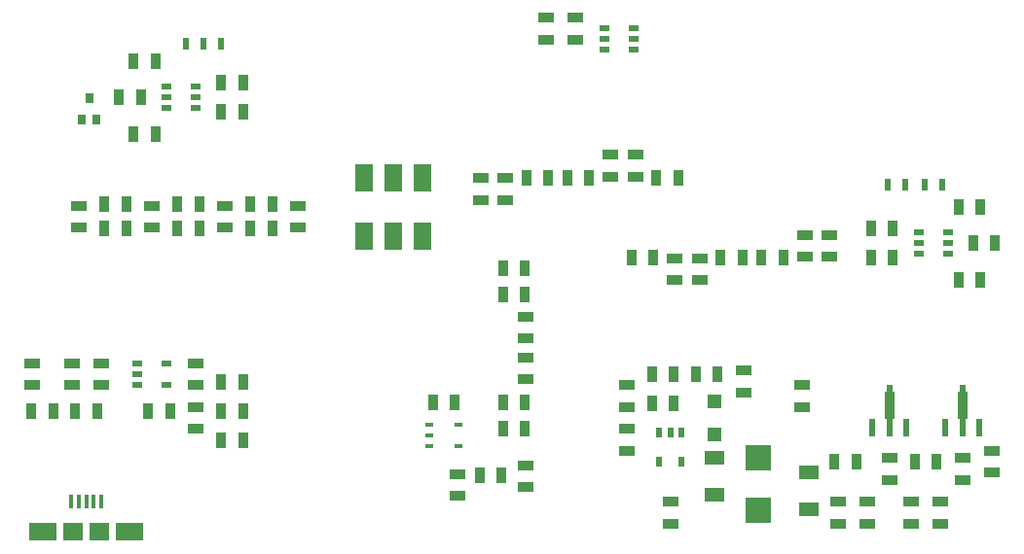
<source format=gtp>
G04 (created by PCBNEW-RS274X (2011-12-28 BZR 3254)-stable) date 9/2/2012 2:21:17 PM*
G01*
G70*
G90*
%MOIN*%
G04 Gerber Fmt 3.4, Leading zero omitted, Abs format*
%FSLAX34Y34*%
G04 APERTURE LIST*
%ADD10C,0.006000*%
%ADD11R,0.023000X0.043000*%
%ADD12R,0.028000X0.018000*%
%ADD13R,0.022000X0.033000*%
%ADD14R,0.033000X0.022000*%
%ADD15R,0.045200X0.045200*%
%ADD16R,0.020000X0.084600*%
%ADD17R,0.020000X0.064900*%
%ADD18R,0.038000X0.098000*%
%ADD19R,0.053100X0.033400*%
%ADD20R,0.053100X0.033000*%
%ADD21R,0.068900X0.045200*%
%ADD22R,0.013700X0.051100*%
%ADD23R,0.092500X0.064000*%
%ADD24R,0.068900X0.064000*%
%ADD25R,0.025600X0.033400*%
%ADD26R,0.033400X0.053100*%
%ADD27R,0.033000X0.053100*%
%ADD28R,0.063000X0.098000*%
%ADD29R,0.088000X0.088000*%
G04 APERTURE END LIST*
G54D10*
G54D11*
X17500Y-11650D03*
X18100Y-11650D03*
X16900Y-11650D03*
G54D12*
X25250Y-24725D03*
X25250Y-25475D03*
X26250Y-24725D03*
X25250Y-25100D03*
X26250Y-25475D03*
G54D13*
X33875Y-26000D03*
X33125Y-26000D03*
X33125Y-25000D03*
X33500Y-25000D03*
X33875Y-25000D03*
G54D14*
X16250Y-22625D03*
X16250Y-23375D03*
X15250Y-23375D03*
X15250Y-23000D03*
X15250Y-22625D03*
X31250Y-11875D03*
X31250Y-11125D03*
X32250Y-11125D03*
X32250Y-11500D03*
X32250Y-11875D03*
X31250Y-11500D03*
X43000Y-18125D03*
X43000Y-18875D03*
X42000Y-18875D03*
X42000Y-18500D03*
X42000Y-18125D03*
X43000Y-18500D03*
X16250Y-13875D03*
X16250Y-13125D03*
X17250Y-13125D03*
X17250Y-13500D03*
X17250Y-13875D03*
X16250Y-13500D03*
G54D15*
X35000Y-23929D03*
X35000Y-25071D03*
G54D16*
X43500Y-23758D03*
G54D17*
X42909Y-24841D03*
G54D16*
X43500Y-24742D03*
G54D17*
X44091Y-24841D03*
G54D18*
X43500Y-24050D03*
G54D16*
X41000Y-23758D03*
G54D17*
X40409Y-24841D03*
G54D16*
X41000Y-24742D03*
G54D17*
X41591Y-24841D03*
G54D18*
X41000Y-24050D03*
G54D19*
X32000Y-23376D03*
G54D20*
X32000Y-24124D03*
G54D19*
X11650Y-22626D03*
G54D20*
X11650Y-23374D03*
G54D21*
X35000Y-27130D03*
X35000Y-25870D03*
G54D22*
X13500Y-27350D03*
X13244Y-27350D03*
X13756Y-27350D03*
X12988Y-27350D03*
X14012Y-27350D03*
G54D23*
X12004Y-28393D03*
X14996Y-28393D03*
G54D24*
X13047Y-28393D03*
X13953Y-28393D03*
G54D19*
X13250Y-17974D03*
G54D20*
X13250Y-17226D03*
G54D25*
X13856Y-14274D03*
X13344Y-14274D03*
X13600Y-13526D03*
G54D19*
X13000Y-23374D03*
G54D20*
X13000Y-22626D03*
G54D26*
X18874Y-25250D03*
G54D27*
X18126Y-25250D03*
G54D26*
X18874Y-24250D03*
G54D27*
X18126Y-24250D03*
G54D26*
X14126Y-17150D03*
G54D27*
X14874Y-17150D03*
G54D19*
X15750Y-17974D03*
G54D20*
X15750Y-17226D03*
G54D26*
X16626Y-17150D03*
G54D27*
X17374Y-17150D03*
G54D19*
X14000Y-23374D03*
G54D20*
X14000Y-22626D03*
G54D19*
X18250Y-17974D03*
G54D20*
X18250Y-17226D03*
G54D26*
X19126Y-17150D03*
G54D27*
X19874Y-17150D03*
G54D19*
X20750Y-17974D03*
G54D20*
X20750Y-17226D03*
G54D26*
X16374Y-24250D03*
G54D27*
X15626Y-24250D03*
G54D19*
X27850Y-16276D03*
G54D20*
X27850Y-17024D03*
G54D26*
X28576Y-16250D03*
G54D27*
X29324Y-16250D03*
G54D19*
X31450Y-16224D03*
G54D20*
X31450Y-15476D03*
G54D26*
X33026Y-16250D03*
G54D27*
X33774Y-16250D03*
G54D19*
X33650Y-19026D03*
G54D20*
X33650Y-19774D03*
G54D26*
X35226Y-19000D03*
G54D27*
X35974Y-19000D03*
G54D19*
X38100Y-18974D03*
G54D20*
X38100Y-18226D03*
G54D26*
X13874Y-24250D03*
G54D27*
X13126Y-24250D03*
G54D26*
X28524Y-23950D03*
G54D27*
X27776Y-23950D03*
G54D26*
X14874Y-18000D03*
G54D27*
X14126Y-18000D03*
G54D26*
X17374Y-18000D03*
G54D27*
X16626Y-18000D03*
G54D26*
X19874Y-18000D03*
G54D27*
X19126Y-18000D03*
G54D19*
X28550Y-21026D03*
G54D20*
X28550Y-21774D03*
G54D19*
X27000Y-16276D03*
G54D20*
X27000Y-17024D03*
G54D26*
X30724Y-16250D03*
G54D27*
X29976Y-16250D03*
G54D19*
X32300Y-16224D03*
G54D20*
X32300Y-15476D03*
G54D26*
X32924Y-19000D03*
G54D27*
X32176Y-19000D03*
G54D19*
X34500Y-19026D03*
G54D20*
X34500Y-19774D03*
G54D26*
X37374Y-19000D03*
G54D27*
X36626Y-19000D03*
G54D19*
X38950Y-18974D03*
G54D20*
X38950Y-18226D03*
G54D19*
X17250Y-23374D03*
G54D20*
X17250Y-22626D03*
G54D19*
X17250Y-24874D03*
G54D20*
X17250Y-24126D03*
G54D26*
X11626Y-24250D03*
G54D27*
X12374Y-24250D03*
G54D26*
X18874Y-23250D03*
G54D27*
X18126Y-23250D03*
G54D28*
X25000Y-16250D03*
X24000Y-16250D03*
X23000Y-16250D03*
X23000Y-18250D03*
X24000Y-18250D03*
X25000Y-18250D03*
G54D19*
X28550Y-23174D03*
G54D20*
X28550Y-22426D03*
G54D26*
X28524Y-19350D03*
G54D27*
X27776Y-19350D03*
G54D26*
X28524Y-20250D03*
G54D27*
X27776Y-20250D03*
G54D26*
X28524Y-24850D03*
G54D27*
X27776Y-24850D03*
G54D29*
X36500Y-25850D03*
X36500Y-27650D03*
G54D19*
X33500Y-27376D03*
G54D20*
X33500Y-28124D03*
G54D26*
X41876Y-26000D03*
G54D27*
X42624Y-26000D03*
G54D19*
X39250Y-27376D03*
G54D20*
X39250Y-28124D03*
G54D26*
X39126Y-26000D03*
G54D27*
X39874Y-26000D03*
G54D19*
X41750Y-27376D03*
G54D20*
X41750Y-28124D03*
G54D19*
X41000Y-26624D03*
G54D20*
X41000Y-25876D03*
G54D19*
X38000Y-24124D03*
G54D20*
X38000Y-23376D03*
G54D19*
X36000Y-23624D03*
G54D20*
X36000Y-22876D03*
G54D19*
X43500Y-26624D03*
G54D20*
X43500Y-25876D03*
G54D26*
X33624Y-24000D03*
G54D27*
X32876Y-24000D03*
G54D26*
X34376Y-23000D03*
G54D27*
X35124Y-23000D03*
G54D26*
X32876Y-23000D03*
G54D27*
X33624Y-23000D03*
G54D19*
X44500Y-25626D03*
G54D20*
X44500Y-26374D03*
G54D19*
X40250Y-27376D03*
G54D20*
X40250Y-28124D03*
G54D19*
X42750Y-27376D03*
G54D20*
X42750Y-28124D03*
G54D21*
X38250Y-27630D03*
X38250Y-26370D03*
G54D19*
X32000Y-24876D03*
G54D20*
X32000Y-25624D03*
G54D26*
X15874Y-12250D03*
G54D27*
X15126Y-12250D03*
G54D26*
X15874Y-14750D03*
G54D27*
X15126Y-14750D03*
G54D26*
X18126Y-14000D03*
G54D27*
X18874Y-14000D03*
G54D26*
X18126Y-13000D03*
G54D27*
X18874Y-13000D03*
G54D19*
X29250Y-11524D03*
G54D20*
X29250Y-10776D03*
G54D19*
X30250Y-11524D03*
G54D20*
X30250Y-10776D03*
G54D26*
X40376Y-18000D03*
G54D27*
X41124Y-18000D03*
G54D26*
X40376Y-19000D03*
G54D27*
X41124Y-19000D03*
G54D26*
X43376Y-17250D03*
G54D27*
X44124Y-17250D03*
G54D26*
X43376Y-19750D03*
G54D27*
X44124Y-19750D03*
G54D26*
X43876Y-18500D03*
G54D27*
X44624Y-18500D03*
G54D26*
X14626Y-13500D03*
G54D27*
X15374Y-13500D03*
G54D11*
X40950Y-16500D03*
X41550Y-16500D03*
X42200Y-16500D03*
X42800Y-16500D03*
G54D19*
X26200Y-27174D03*
G54D20*
X26200Y-26426D03*
G54D19*
X28550Y-26874D03*
G54D20*
X28550Y-26126D03*
G54D26*
X27724Y-26450D03*
G54D27*
X26976Y-26450D03*
G54D26*
X26124Y-23950D03*
G54D27*
X25376Y-23950D03*
M02*

</source>
